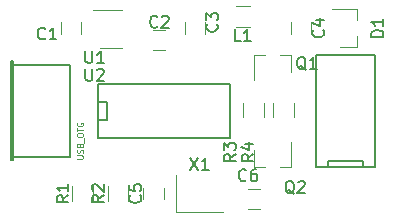
<source format=gbr>
G04 #@! TF.FileFunction,Legend,Top*
%FSLAX46Y46*%
G04 Gerber Fmt 4.6, Leading zero omitted, Abs format (unit mm)*
G04 Created by KiCad (PCBNEW 4.0.7-e2-6376~58~ubuntu16.04.1) date Sun Mar  4 02:19:13 2018*
%MOMM*%
%LPD*%
G01*
G04 APERTURE LIST*
%ADD10C,0.100000*%
%ADD11C,0.120000*%
%ADD12C,0.200660*%
%ADD13C,0.150000*%
%ADD14C,0.099060*%
G04 APERTURE END LIST*
D10*
D11*
X138650000Y-104500000D02*
X138650000Y-105500000D01*
X140350000Y-105500000D02*
X140350000Y-104500000D01*
X147500000Y-105150000D02*
X146500000Y-105150000D01*
X146500000Y-106850000D02*
X147500000Y-106850000D01*
X150850000Y-105500000D02*
X150850000Y-104500000D01*
X149150000Y-104500000D02*
X149150000Y-105500000D01*
X159850000Y-105500000D02*
X159850000Y-104500000D01*
X158150000Y-104500000D02*
X158150000Y-105500000D01*
X145650000Y-118500000D02*
X145650000Y-119500000D01*
X147350000Y-119500000D02*
X147350000Y-118500000D01*
X154500000Y-120350000D02*
X155500000Y-120350000D01*
X155500000Y-118650000D02*
X154500000Y-118650000D01*
X153450000Y-103120000D02*
X154650000Y-103120000D01*
X154650000Y-104880000D02*
X153450000Y-104880000D01*
D12*
X134501020Y-107798840D02*
X134501020Y-116201160D01*
X134399420Y-107798840D02*
X134399420Y-116201160D01*
X134399420Y-116201160D02*
X134600080Y-116201160D01*
X134600080Y-116201160D02*
X134600080Y-107798840D01*
X134600080Y-107798840D02*
X134399420Y-107798840D01*
X134399420Y-108101100D02*
X139400680Y-108101100D01*
X139400680Y-108101100D02*
X139400680Y-115898900D01*
X139400680Y-115898900D02*
X134399420Y-115898900D01*
D11*
X158130000Y-107240000D02*
X157200000Y-107240000D01*
X154970000Y-107240000D02*
X155900000Y-107240000D01*
X154970000Y-107240000D02*
X154970000Y-109400000D01*
X158130000Y-107240000D02*
X158130000Y-108700000D01*
X154970000Y-116760000D02*
X155900000Y-116760000D01*
X158130000Y-116760000D02*
X157200000Y-116760000D01*
X158130000Y-116760000D02*
X158130000Y-114600000D01*
X154970000Y-116760000D02*
X154970000Y-115300000D01*
X141380000Y-118400000D02*
X141380000Y-119600000D01*
X139620000Y-119600000D02*
X139620000Y-118400000D01*
X144380000Y-118400000D02*
X144380000Y-119600000D01*
X142620000Y-119600000D02*
X142620000Y-118400000D01*
X155880000Y-111350000D02*
X155880000Y-112550000D01*
X154120000Y-112550000D02*
X154120000Y-111350000D01*
X158380000Y-111350000D02*
X158380000Y-112550000D01*
X156620000Y-112550000D02*
X156620000Y-111350000D01*
X142000000Y-106710000D02*
X143800000Y-106710000D01*
X143800000Y-103490000D02*
X141350000Y-103490000D01*
D13*
X141777000Y-111238000D02*
X142539000Y-111238000D01*
X142539000Y-111238000D02*
X142539000Y-112762000D01*
X142539000Y-112762000D02*
X141777000Y-112762000D01*
X152953000Y-109714000D02*
X152953000Y-114286000D01*
X152953000Y-114286000D02*
X141777000Y-114286000D01*
X141777000Y-114286000D02*
X141777000Y-109714000D01*
X141777000Y-109714000D02*
X152953000Y-109714000D01*
D11*
X148400000Y-117425000D02*
X148400000Y-120575000D01*
X148400000Y-120575000D02*
X152400000Y-120575000D01*
D13*
X160250000Y-116750000D02*
X160250000Y-107250000D01*
X165250000Y-116750000D02*
X165250000Y-107250000D01*
X160250000Y-116750000D02*
X165250000Y-116750000D01*
X160250000Y-107250000D02*
X165250000Y-107250000D01*
X161250000Y-116750000D02*
X161250000Y-116250000D01*
X161250000Y-116250000D02*
X164250000Y-116250000D01*
X164250000Y-116750000D02*
X164250000Y-116250000D01*
D11*
X163760000Y-106580000D02*
X163760000Y-105650000D01*
X163760000Y-103420000D02*
X163760000Y-104350000D01*
X163760000Y-103420000D02*
X161600000Y-103420000D01*
X163760000Y-106580000D02*
X162300000Y-106580000D01*
D13*
X137333334Y-105857143D02*
X137285715Y-105904762D01*
X137142858Y-105952381D01*
X137047620Y-105952381D01*
X136904762Y-105904762D01*
X136809524Y-105809524D01*
X136761905Y-105714286D01*
X136714286Y-105523810D01*
X136714286Y-105380952D01*
X136761905Y-105190476D01*
X136809524Y-105095238D01*
X136904762Y-105000000D01*
X137047620Y-104952381D01*
X137142858Y-104952381D01*
X137285715Y-105000000D01*
X137333334Y-105047619D01*
X138285715Y-105952381D02*
X137714286Y-105952381D01*
X138000000Y-105952381D02*
X138000000Y-104952381D01*
X137904762Y-105095238D01*
X137809524Y-105190476D01*
X137714286Y-105238095D01*
X146833334Y-104857143D02*
X146785715Y-104904762D01*
X146642858Y-104952381D01*
X146547620Y-104952381D01*
X146404762Y-104904762D01*
X146309524Y-104809524D01*
X146261905Y-104714286D01*
X146214286Y-104523810D01*
X146214286Y-104380952D01*
X146261905Y-104190476D01*
X146309524Y-104095238D01*
X146404762Y-104000000D01*
X146547620Y-103952381D01*
X146642858Y-103952381D01*
X146785715Y-104000000D01*
X146833334Y-104047619D01*
X147214286Y-104047619D02*
X147261905Y-104000000D01*
X147357143Y-103952381D01*
X147595239Y-103952381D01*
X147690477Y-104000000D01*
X147738096Y-104047619D01*
X147785715Y-104142857D01*
X147785715Y-104238095D01*
X147738096Y-104380952D01*
X147166667Y-104952381D01*
X147785715Y-104952381D01*
X151857143Y-104666666D02*
X151904762Y-104714285D01*
X151952381Y-104857142D01*
X151952381Y-104952380D01*
X151904762Y-105095238D01*
X151809524Y-105190476D01*
X151714286Y-105238095D01*
X151523810Y-105285714D01*
X151380952Y-105285714D01*
X151190476Y-105238095D01*
X151095238Y-105190476D01*
X151000000Y-105095238D01*
X150952381Y-104952380D01*
X150952381Y-104857142D01*
X151000000Y-104714285D01*
X151047619Y-104666666D01*
X150952381Y-104333333D02*
X150952381Y-103714285D01*
X151333333Y-104047619D01*
X151333333Y-103904761D01*
X151380952Y-103809523D01*
X151428571Y-103761904D01*
X151523810Y-103714285D01*
X151761905Y-103714285D01*
X151857143Y-103761904D01*
X151904762Y-103809523D01*
X151952381Y-103904761D01*
X151952381Y-104190476D01*
X151904762Y-104285714D01*
X151857143Y-104333333D01*
X160857143Y-105166666D02*
X160904762Y-105214285D01*
X160952381Y-105357142D01*
X160952381Y-105452380D01*
X160904762Y-105595238D01*
X160809524Y-105690476D01*
X160714286Y-105738095D01*
X160523810Y-105785714D01*
X160380952Y-105785714D01*
X160190476Y-105738095D01*
X160095238Y-105690476D01*
X160000000Y-105595238D01*
X159952381Y-105452380D01*
X159952381Y-105357142D01*
X160000000Y-105214285D01*
X160047619Y-105166666D01*
X160285714Y-104309523D02*
X160952381Y-104309523D01*
X159904762Y-104547619D02*
X160619048Y-104785714D01*
X160619048Y-104166666D01*
X145357143Y-119166666D02*
X145404762Y-119214285D01*
X145452381Y-119357142D01*
X145452381Y-119452380D01*
X145404762Y-119595238D01*
X145309524Y-119690476D01*
X145214286Y-119738095D01*
X145023810Y-119785714D01*
X144880952Y-119785714D01*
X144690476Y-119738095D01*
X144595238Y-119690476D01*
X144500000Y-119595238D01*
X144452381Y-119452380D01*
X144452381Y-119357142D01*
X144500000Y-119214285D01*
X144547619Y-119166666D01*
X144452381Y-118261904D02*
X144452381Y-118738095D01*
X144928571Y-118785714D01*
X144880952Y-118738095D01*
X144833333Y-118642857D01*
X144833333Y-118404761D01*
X144880952Y-118309523D01*
X144928571Y-118261904D01*
X145023810Y-118214285D01*
X145261905Y-118214285D01*
X145357143Y-118261904D01*
X145404762Y-118309523D01*
X145452381Y-118404761D01*
X145452381Y-118642857D01*
X145404762Y-118738095D01*
X145357143Y-118785714D01*
X154333334Y-117857143D02*
X154285715Y-117904762D01*
X154142858Y-117952381D01*
X154047620Y-117952381D01*
X153904762Y-117904762D01*
X153809524Y-117809524D01*
X153761905Y-117714286D01*
X153714286Y-117523810D01*
X153714286Y-117380952D01*
X153761905Y-117190476D01*
X153809524Y-117095238D01*
X153904762Y-117000000D01*
X154047620Y-116952381D01*
X154142858Y-116952381D01*
X154285715Y-117000000D01*
X154333334Y-117047619D01*
X155190477Y-116952381D02*
X155000000Y-116952381D01*
X154904762Y-117000000D01*
X154857143Y-117047619D01*
X154761905Y-117190476D01*
X154714286Y-117380952D01*
X154714286Y-117761905D01*
X154761905Y-117857143D01*
X154809524Y-117904762D01*
X154904762Y-117952381D01*
X155095239Y-117952381D01*
X155190477Y-117904762D01*
X155238096Y-117857143D01*
X155285715Y-117761905D01*
X155285715Y-117523810D01*
X155238096Y-117428571D01*
X155190477Y-117380952D01*
X155095239Y-117333333D01*
X154904762Y-117333333D01*
X154809524Y-117380952D01*
X154761905Y-117428571D01*
X154714286Y-117523810D01*
X153883334Y-106102381D02*
X153407143Y-106102381D01*
X153407143Y-105102381D01*
X154740477Y-106102381D02*
X154169048Y-106102381D01*
X154454762Y-106102381D02*
X154454762Y-105102381D01*
X154359524Y-105245238D01*
X154264286Y-105340476D01*
X154169048Y-105388095D01*
D14*
X140035982Y-116064968D02*
X140441052Y-116064968D01*
X140488707Y-116041140D01*
X140512535Y-116017313D01*
X140536362Y-115969657D01*
X140536362Y-115874347D01*
X140512535Y-115826692D01*
X140488707Y-115802864D01*
X140441052Y-115779036D01*
X140035982Y-115779036D01*
X140512535Y-115564588D02*
X140536362Y-115493105D01*
X140536362Y-115373967D01*
X140512535Y-115326311D01*
X140488707Y-115302484D01*
X140441052Y-115278656D01*
X140393397Y-115278656D01*
X140345741Y-115302484D01*
X140321914Y-115326311D01*
X140298086Y-115373967D01*
X140274259Y-115469277D01*
X140250431Y-115516932D01*
X140226603Y-115540760D01*
X140178948Y-115564588D01*
X140131293Y-115564588D01*
X140083638Y-115540760D01*
X140059810Y-115516932D01*
X140035982Y-115469277D01*
X140035982Y-115350139D01*
X140059810Y-115278656D01*
X140274259Y-114897415D02*
X140298086Y-114825932D01*
X140321914Y-114802104D01*
X140369569Y-114778276D01*
X140441052Y-114778276D01*
X140488707Y-114802104D01*
X140512535Y-114825932D01*
X140536362Y-114873587D01*
X140536362Y-115064208D01*
X140035982Y-115064208D01*
X140035982Y-114897415D01*
X140059810Y-114849759D01*
X140083638Y-114825932D01*
X140131293Y-114802104D01*
X140178948Y-114802104D01*
X140226603Y-114825932D01*
X140250431Y-114849759D01*
X140274259Y-114897415D01*
X140274259Y-115064208D01*
X140584018Y-114682966D02*
X140584018Y-114301724D01*
X140035982Y-114087275D02*
X140035982Y-113991965D01*
X140059810Y-113944310D01*
X140107465Y-113896654D01*
X140202776Y-113872827D01*
X140369569Y-113872827D01*
X140464880Y-113896654D01*
X140512535Y-113944310D01*
X140536362Y-113991965D01*
X140536362Y-114087275D01*
X140512535Y-114134931D01*
X140464880Y-114182586D01*
X140369569Y-114206414D01*
X140202776Y-114206414D01*
X140107465Y-114182586D01*
X140059810Y-114134931D01*
X140035982Y-114087275D01*
X140035982Y-113729861D02*
X140035982Y-113443929D01*
X140536362Y-113586895D02*
X140035982Y-113586895D01*
X140059810Y-113015032D02*
X140035982Y-113062687D01*
X140035982Y-113134170D01*
X140059810Y-113205653D01*
X140107465Y-113253308D01*
X140155120Y-113277136D01*
X140250431Y-113300964D01*
X140321914Y-113300964D01*
X140417224Y-113277136D01*
X140464880Y-113253308D01*
X140512535Y-113205653D01*
X140536362Y-113134170D01*
X140536362Y-113086515D01*
X140512535Y-113015032D01*
X140488707Y-112991204D01*
X140321914Y-112991204D01*
X140321914Y-113086515D01*
D13*
X159404762Y-108547619D02*
X159309524Y-108500000D01*
X159214286Y-108404762D01*
X159071429Y-108261905D01*
X158976190Y-108214286D01*
X158880952Y-108214286D01*
X158928571Y-108452381D02*
X158833333Y-108404762D01*
X158738095Y-108309524D01*
X158690476Y-108119048D01*
X158690476Y-107785714D01*
X158738095Y-107595238D01*
X158833333Y-107500000D01*
X158928571Y-107452381D01*
X159119048Y-107452381D01*
X159214286Y-107500000D01*
X159309524Y-107595238D01*
X159357143Y-107785714D01*
X159357143Y-108119048D01*
X159309524Y-108309524D01*
X159214286Y-108404762D01*
X159119048Y-108452381D01*
X158928571Y-108452381D01*
X160309524Y-108452381D02*
X159738095Y-108452381D01*
X160023809Y-108452381D02*
X160023809Y-107452381D01*
X159928571Y-107595238D01*
X159833333Y-107690476D01*
X159738095Y-107738095D01*
X158404762Y-119047619D02*
X158309524Y-119000000D01*
X158214286Y-118904762D01*
X158071429Y-118761905D01*
X157976190Y-118714286D01*
X157880952Y-118714286D01*
X157928571Y-118952381D02*
X157833333Y-118904762D01*
X157738095Y-118809524D01*
X157690476Y-118619048D01*
X157690476Y-118285714D01*
X157738095Y-118095238D01*
X157833333Y-118000000D01*
X157928571Y-117952381D01*
X158119048Y-117952381D01*
X158214286Y-118000000D01*
X158309524Y-118095238D01*
X158357143Y-118285714D01*
X158357143Y-118619048D01*
X158309524Y-118809524D01*
X158214286Y-118904762D01*
X158119048Y-118952381D01*
X157928571Y-118952381D01*
X158738095Y-118047619D02*
X158785714Y-118000000D01*
X158880952Y-117952381D01*
X159119048Y-117952381D01*
X159214286Y-118000000D01*
X159261905Y-118047619D01*
X159309524Y-118142857D01*
X159309524Y-118238095D01*
X159261905Y-118380952D01*
X158690476Y-118952381D01*
X159309524Y-118952381D01*
X139302381Y-119166666D02*
X138826190Y-119500000D01*
X139302381Y-119738095D02*
X138302381Y-119738095D01*
X138302381Y-119357142D01*
X138350000Y-119261904D01*
X138397619Y-119214285D01*
X138492857Y-119166666D01*
X138635714Y-119166666D01*
X138730952Y-119214285D01*
X138778571Y-119261904D01*
X138826190Y-119357142D01*
X138826190Y-119738095D01*
X139302381Y-118214285D02*
X139302381Y-118785714D01*
X139302381Y-118500000D02*
X138302381Y-118500000D01*
X138445238Y-118595238D01*
X138540476Y-118690476D01*
X138588095Y-118785714D01*
X142302381Y-119166666D02*
X141826190Y-119500000D01*
X142302381Y-119738095D02*
X141302381Y-119738095D01*
X141302381Y-119357142D01*
X141350000Y-119261904D01*
X141397619Y-119214285D01*
X141492857Y-119166666D01*
X141635714Y-119166666D01*
X141730952Y-119214285D01*
X141778571Y-119261904D01*
X141826190Y-119357142D01*
X141826190Y-119738095D01*
X141397619Y-118785714D02*
X141350000Y-118738095D01*
X141302381Y-118642857D01*
X141302381Y-118404761D01*
X141350000Y-118309523D01*
X141397619Y-118261904D01*
X141492857Y-118214285D01*
X141588095Y-118214285D01*
X141730952Y-118261904D01*
X142302381Y-118833333D01*
X142302381Y-118214285D01*
X153452381Y-115666666D02*
X152976190Y-116000000D01*
X153452381Y-116238095D02*
X152452381Y-116238095D01*
X152452381Y-115857142D01*
X152500000Y-115761904D01*
X152547619Y-115714285D01*
X152642857Y-115666666D01*
X152785714Y-115666666D01*
X152880952Y-115714285D01*
X152928571Y-115761904D01*
X152976190Y-115857142D01*
X152976190Y-116238095D01*
X152452381Y-115333333D02*
X152452381Y-114714285D01*
X152833333Y-115047619D01*
X152833333Y-114904761D01*
X152880952Y-114809523D01*
X152928571Y-114761904D01*
X153023810Y-114714285D01*
X153261905Y-114714285D01*
X153357143Y-114761904D01*
X153404762Y-114809523D01*
X153452381Y-114904761D01*
X153452381Y-115190476D01*
X153404762Y-115285714D01*
X153357143Y-115333333D01*
X154952381Y-115666666D02*
X154476190Y-116000000D01*
X154952381Y-116238095D02*
X153952381Y-116238095D01*
X153952381Y-115857142D01*
X154000000Y-115761904D01*
X154047619Y-115714285D01*
X154142857Y-115666666D01*
X154285714Y-115666666D01*
X154380952Y-115714285D01*
X154428571Y-115761904D01*
X154476190Y-115857142D01*
X154476190Y-116238095D01*
X154285714Y-114809523D02*
X154952381Y-114809523D01*
X153904762Y-115047619D02*
X154619048Y-115285714D01*
X154619048Y-114666666D01*
X140738095Y-106952381D02*
X140738095Y-107761905D01*
X140785714Y-107857143D01*
X140833333Y-107904762D01*
X140928571Y-107952381D01*
X141119048Y-107952381D01*
X141214286Y-107904762D01*
X141261905Y-107857143D01*
X141309524Y-107761905D01*
X141309524Y-106952381D01*
X142309524Y-107952381D02*
X141738095Y-107952381D01*
X142023809Y-107952381D02*
X142023809Y-106952381D01*
X141928571Y-107095238D01*
X141833333Y-107190476D01*
X141738095Y-107238095D01*
X140738095Y-108452381D02*
X140738095Y-109261905D01*
X140785714Y-109357143D01*
X140833333Y-109404762D01*
X140928571Y-109452381D01*
X141119048Y-109452381D01*
X141214286Y-109404762D01*
X141261905Y-109357143D01*
X141309524Y-109261905D01*
X141309524Y-108452381D01*
X141738095Y-108547619D02*
X141785714Y-108500000D01*
X141880952Y-108452381D01*
X142119048Y-108452381D01*
X142214286Y-108500000D01*
X142261905Y-108547619D01*
X142309524Y-108642857D01*
X142309524Y-108738095D01*
X142261905Y-108880952D01*
X141690476Y-109452381D01*
X142309524Y-109452381D01*
X149590476Y-116002381D02*
X150257143Y-117002381D01*
X150257143Y-116002381D02*
X149590476Y-117002381D01*
X151161905Y-117002381D02*
X150590476Y-117002381D01*
X150876190Y-117002381D02*
X150876190Y-116002381D01*
X150780952Y-116145238D01*
X150685714Y-116240476D01*
X150590476Y-116288095D01*
X165952381Y-105738095D02*
X164952381Y-105738095D01*
X164952381Y-105500000D01*
X165000000Y-105357142D01*
X165095238Y-105261904D01*
X165190476Y-105214285D01*
X165380952Y-105166666D01*
X165523810Y-105166666D01*
X165714286Y-105214285D01*
X165809524Y-105261904D01*
X165904762Y-105357142D01*
X165952381Y-105500000D01*
X165952381Y-105738095D01*
X165952381Y-104214285D02*
X165952381Y-104785714D01*
X165952381Y-104500000D02*
X164952381Y-104500000D01*
X165095238Y-104595238D01*
X165190476Y-104690476D01*
X165238095Y-104785714D01*
M02*

</source>
